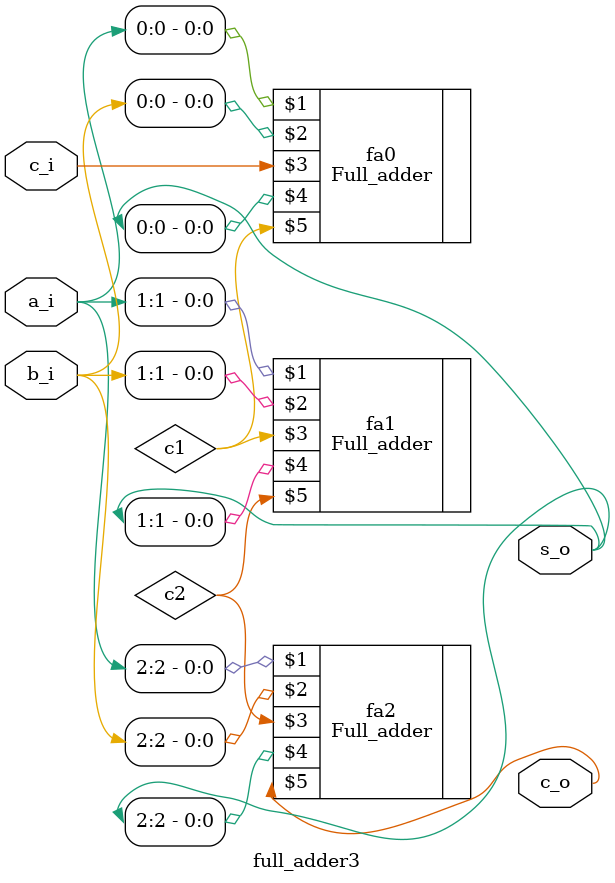
<source format=v>
module full_adder3(input [2:0] a_i, input [2:0] b_i, input c_i, output [2:0] s_o, output c_o);
    wire c1, c2;
    Full_adder fa0(a_i[0], b_i[0], c_i, s_o[0], c1);
    Full_adder fa1(a_i[1], b_i[1], c1, s_o[1], c2);
    Full_adder fa2(a_i[2], b_i[2], c2, s_o[2], c_o);
endmodule

</source>
